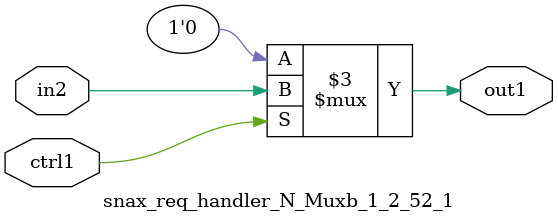
<source format=v>

`timescale 1ps / 1ps


module snax_req_handler_N_Muxb_1_2_52_1( in2, ctrl1, out1 );

    input in2;
    input ctrl1;
    output out1;
    reg out1;

    
    // rtl_process:snax_req_handler_N_Muxb_1_2_52_1/snax_req_handler_N_Muxb_1_2_52_1_thread_1
    always @*
      begin : snax_req_handler_N_Muxb_1_2_52_1_thread_1
        case (ctrl1) 
          1'b1: 
            begin
              out1 = in2;
            end
          default: 
            begin
              out1 = 1'b0;
            end
        endcase
      end

endmodule


</source>
